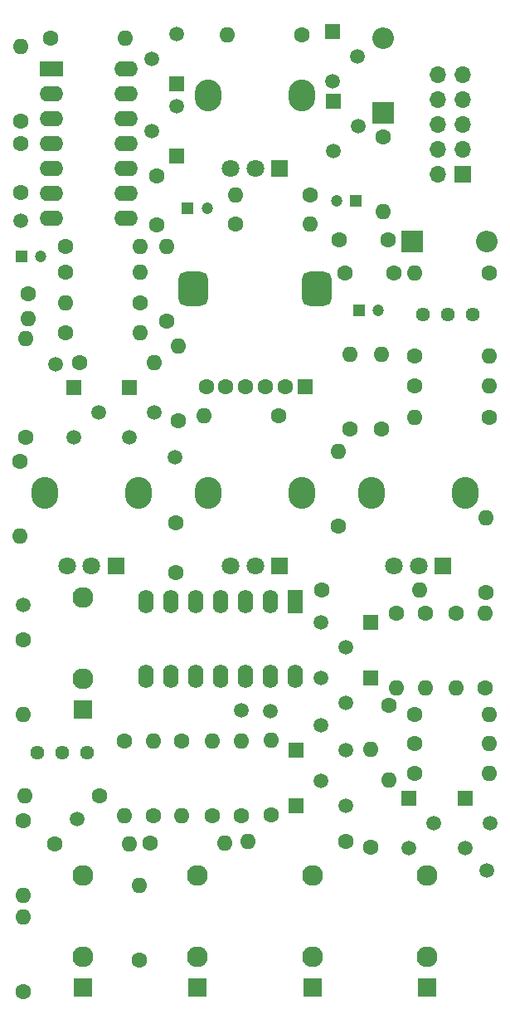
<source format=gbr>
G04 #@! TF.GenerationSoftware,KiCad,Pcbnew,7.0.2-0*
G04 #@! TF.CreationDate,2024-04-15T21:10:13+02:00*
G04 #@! TF.ProjectId,2600ish_vcf,32363030-6973-4685-9f76-63662e6b6963,rev?*
G04 #@! TF.SameCoordinates,Original*
G04 #@! TF.FileFunction,Soldermask,Bot*
G04 #@! TF.FilePolarity,Negative*
%FSLAX46Y46*%
G04 Gerber Fmt 4.6, Leading zero omitted, Abs format (unit mm)*
G04 Created by KiCad (PCBNEW 7.0.2-0) date 2024-04-15 21:10:13*
%MOMM*%
%LPD*%
G01*
G04 APERTURE LIST*
G04 Aperture macros list*
%AMRoundRect*
0 Rectangle with rounded corners*
0 $1 Rounding radius*
0 $2 $3 $4 $5 $6 $7 $8 $9 X,Y pos of 4 corners*
0 Add a 4 corners polygon primitive as box body*
4,1,4,$2,$3,$4,$5,$6,$7,$8,$9,$2,$3,0*
0 Add four circle primitives for the rounded corners*
1,1,$1+$1,$2,$3*
1,1,$1+$1,$4,$5*
1,1,$1+$1,$6,$7*
1,1,$1+$1,$8,$9*
0 Add four rect primitives between the rounded corners*
20,1,$1+$1,$2,$3,$4,$5,0*
20,1,$1+$1,$4,$5,$6,$7,0*
20,1,$1+$1,$6,$7,$8,$9,0*
20,1,$1+$1,$8,$9,$2,$3,0*%
G04 Aperture macros list end*
%ADD10C,1.600000*%
%ADD11O,1.600000X1.600000*%
%ADD12R,1.500000X1.500000*%
%ADD13C,1.500000*%
%ADD14R,1.200000X1.200000*%
%ADD15C,1.200000*%
%ADD16R,1.700000X1.700000*%
%ADD17O,1.700000X1.700000*%
%ADD18C,1.440000*%
%ADD19R,2.200000X2.200000*%
%ADD20O,2.200000X2.200000*%
%ADD21R,2.400000X1.600000*%
%ADD22O,2.400000X1.600000*%
%ADD23R,1.600000X2.400000*%
%ADD24O,1.600000X2.400000*%
%ADD25R,1.930000X1.830000*%
%ADD26C,2.130000*%
%ADD27O,2.720000X3.240000*%
%ADD28R,1.800000X1.800000*%
%ADD29C,1.800000*%
%ADD30RoundRect,0.750000X0.750000X-1.000000X0.750000X1.000000X-0.750000X1.000000X-0.750000X-1.000000X0*%
%ADD31R,1.600000X1.600000*%
G04 APERTURE END LIST*
D10*
X203500000Y-83100000D03*
X208500000Y-83100000D03*
X206100000Y-141700000D03*
D11*
X206100000Y-131700000D03*
D12*
X206140000Y-124430000D03*
D13*
X203600000Y-126970000D03*
X201060000Y-124430000D03*
D10*
X170600000Y-138990000D03*
D11*
X170600000Y-146610000D03*
D10*
X214800000Y-117790000D03*
D11*
X214800000Y-125410000D03*
D14*
X187427400Y-76500000D03*
D15*
X189427400Y-76500000D03*
D12*
X206140000Y-118730000D03*
D13*
X203600000Y-121270000D03*
X201060000Y-118730000D03*
D10*
X218210000Y-97800000D03*
D11*
X210590000Y-97800000D03*
D10*
X186200000Y-108600000D03*
X186200000Y-113600000D03*
X173390000Y-59100000D03*
D11*
X181010000Y-59100000D03*
D10*
X210590000Y-128100000D03*
D11*
X218210000Y-128100000D03*
D10*
X173890000Y-141300000D03*
D11*
X181510000Y-141300000D03*
D10*
X195940000Y-138340000D03*
D11*
X195940000Y-130720000D03*
D10*
X174990000Y-80400000D03*
D11*
X182610000Y-80400000D03*
D12*
X198500000Y-137400000D03*
D13*
X201040000Y-134860000D03*
X203580000Y-137400000D03*
D10*
X171100000Y-85200000D03*
D11*
X171100000Y-87740000D03*
D13*
X217970000Y-144050000D03*
D10*
X185300000Y-88010000D03*
D11*
X185300000Y-80390000D03*
D16*
X215500000Y-73000000D03*
D17*
X212960000Y-73000000D03*
X215500000Y-70460000D03*
X212960000Y-70460000D03*
X215500000Y-67920000D03*
X212960000Y-67920000D03*
X215500000Y-65380000D03*
X212960000Y-65380000D03*
X215500000Y-62840000D03*
X212960000Y-62840000D03*
D10*
X184300000Y-78200000D03*
X184300000Y-73200000D03*
D12*
X215730000Y-136660000D03*
D13*
X218270000Y-139200000D03*
X215730000Y-141740000D03*
D10*
X192290000Y-78100000D03*
D11*
X199910000Y-78100000D03*
D10*
X183590000Y-141200000D03*
D11*
X191210000Y-141200000D03*
D10*
X201100000Y-115400000D03*
D11*
X211100000Y-115400000D03*
D12*
X198500000Y-131800000D03*
D13*
X201040000Y-129260000D03*
X203580000Y-131800000D03*
D10*
X218210000Y-83100000D03*
D11*
X210590000Y-83100000D03*
D10*
X181000000Y-130790000D03*
D11*
X181000000Y-138410000D03*
D18*
X172050000Y-132000000D03*
X174590000Y-132000000D03*
X177130000Y-132000000D03*
D12*
X202230000Y-58460000D03*
D13*
X204770000Y-61000000D03*
X202230000Y-63540000D03*
X192900000Y-127700000D03*
X195900000Y-127800000D03*
D10*
X170600000Y-120490000D03*
D11*
X170600000Y-128110000D03*
D10*
X170400000Y-69900000D03*
X170400000Y-74900000D03*
X178410000Y-136400000D03*
D11*
X170790000Y-136400000D03*
D12*
X181430000Y-94760000D03*
D13*
X183970000Y-97300000D03*
X181430000Y-99840000D03*
D10*
X192900000Y-138410000D03*
D11*
X192900000Y-130790000D03*
D10*
X186500000Y-98110000D03*
D11*
X186500000Y-90490000D03*
D13*
X176100000Y-138800000D03*
D10*
X199110000Y-58800000D03*
D11*
X191490000Y-58800000D03*
D18*
X216550000Y-87300000D03*
X214010000Y-87300000D03*
X211470000Y-87300000D03*
D13*
X170400000Y-77700000D03*
D10*
X186800000Y-130790000D03*
D11*
X186800000Y-138410000D03*
D12*
X210000000Y-136700000D03*
D13*
X212540000Y-139240000D03*
X210000000Y-141780000D03*
D12*
X175830000Y-94760000D03*
D13*
X178370000Y-97300000D03*
X175830000Y-99840000D03*
D12*
X202330000Y-65560000D03*
D13*
X204870000Y-68100000D03*
X202330000Y-70640000D03*
D10*
X199910000Y-75100000D03*
D11*
X192290000Y-75100000D03*
D10*
X210590000Y-91500000D03*
D11*
X218210000Y-91500000D03*
D12*
X186270000Y-71100000D03*
D13*
X183730000Y-68560000D03*
X186270000Y-66020000D03*
D10*
X182500000Y-153200000D03*
D11*
X182500000Y-145580000D03*
D10*
X207200000Y-99010000D03*
D11*
X207200000Y-91390000D03*
D14*
X204900000Y-86900000D03*
D15*
X206900000Y-86900000D03*
D10*
X170900000Y-99800000D03*
D11*
X170900000Y-89800000D03*
D10*
X207900000Y-79700000D03*
X202900000Y-79700000D03*
X208700000Y-117790000D03*
D11*
X208700000Y-125410000D03*
D10*
X182610000Y-86100000D03*
D11*
X174990000Y-86100000D03*
D10*
X170400000Y-67610000D03*
D11*
X170400000Y-59990000D03*
D10*
X183900000Y-138410000D03*
D11*
X183900000Y-130790000D03*
D19*
X210360000Y-79820000D03*
D20*
X217980000Y-79820000D03*
D10*
X196710000Y-97600000D03*
D11*
X189090000Y-97600000D03*
D19*
X207400000Y-66710000D03*
D20*
X207400000Y-59090000D03*
D10*
X204000000Y-99000000D03*
D11*
X204000000Y-91380000D03*
D10*
X210600000Y-131100000D03*
D11*
X218220000Y-131100000D03*
D13*
X173900000Y-92400000D03*
D10*
X174990000Y-83000000D03*
D11*
X182610000Y-83000000D03*
D14*
X204600000Y-75700000D03*
D15*
X202600000Y-75700000D03*
D12*
X186270000Y-63800000D03*
D13*
X183730000Y-61260000D03*
X186270000Y-58720000D03*
D10*
X174990000Y-89200000D03*
D11*
X182610000Y-89200000D03*
D21*
X173500000Y-62275000D03*
D22*
X173500000Y-64815000D03*
X173500000Y-67355000D03*
X173500000Y-69895000D03*
X173500000Y-72435000D03*
X173500000Y-74975000D03*
X173500000Y-77515000D03*
X181120000Y-77515000D03*
X181120000Y-74975000D03*
X181120000Y-72435000D03*
X181120000Y-69895000D03*
X181120000Y-67355000D03*
X181120000Y-64815000D03*
X181120000Y-62275000D03*
D10*
X210600000Y-134100000D03*
D11*
X218220000Y-134100000D03*
D13*
X186100000Y-101900000D03*
D10*
X210590000Y-94600000D03*
D11*
X218210000Y-94600000D03*
D10*
X176390000Y-92200000D03*
D11*
X184010000Y-92200000D03*
D10*
X203540000Y-141030000D03*
D11*
X193540000Y-141030000D03*
D10*
X202800000Y-108910000D03*
D11*
X202800000Y-101290000D03*
D10*
X217900000Y-115700000D03*
D11*
X217900000Y-108080000D03*
D10*
X208000000Y-127190000D03*
D11*
X208000000Y-134810000D03*
D10*
X170300000Y-102290000D03*
D11*
X170300000Y-109910000D03*
D10*
X217800000Y-125410000D03*
D11*
X217800000Y-117790000D03*
D13*
X170600000Y-116900000D03*
D10*
X207400000Y-69190000D03*
D11*
X207400000Y-76810000D03*
D10*
X170600000Y-156410000D03*
D11*
X170600000Y-148790000D03*
D10*
X189900000Y-138410000D03*
D11*
X189900000Y-130790000D03*
D23*
X198425000Y-116600000D03*
D24*
X195885000Y-116600000D03*
X193345000Y-116600000D03*
X190805000Y-116600000D03*
X188265000Y-116600000D03*
X185725000Y-116600000D03*
X183185000Y-116600000D03*
X183185000Y-124220000D03*
X185725000Y-124220000D03*
X188265000Y-124220000D03*
X190805000Y-124220000D03*
X193345000Y-124220000D03*
X195885000Y-124220000D03*
X198425000Y-124220000D03*
D10*
X211700000Y-117790000D03*
D11*
X211700000Y-125410000D03*
D14*
X170427400Y-81400000D03*
D15*
X172427400Y-81400000D03*
D25*
X188450000Y-155980000D03*
D26*
X188450000Y-144580000D03*
X188450000Y-152880000D03*
D27*
X172800000Y-105500000D03*
X182400000Y-105500000D03*
D28*
X180100000Y-113000000D03*
D29*
X177600000Y-113000000D03*
X175100000Y-113000000D03*
D30*
X187975000Y-84675000D03*
X200625000Y-84675000D03*
D10*
X197375000Y-94675000D03*
D31*
X199375000Y-94675000D03*
D10*
X189325000Y-94675000D03*
X195375000Y-94675000D03*
X193325000Y-94675000D03*
X191325000Y-94675000D03*
D25*
X176750000Y-155980000D03*
D26*
X176750000Y-144580000D03*
X176750000Y-152880000D03*
D25*
X200150000Y-155980000D03*
D26*
X200150000Y-144580000D03*
X200150000Y-152880000D03*
D25*
X211850000Y-155980000D03*
D26*
X211850000Y-144580000D03*
X211850000Y-152880000D03*
D27*
X206200000Y-105500000D03*
X215800000Y-105500000D03*
D28*
X213500000Y-113000000D03*
D29*
X211000000Y-113000000D03*
X208500000Y-113000000D03*
D25*
X176750000Y-127580000D03*
D26*
X176750000Y-116180000D03*
X176750000Y-124480000D03*
D27*
X189500000Y-105500000D03*
X199100000Y-105500000D03*
D28*
X196800000Y-113000000D03*
D29*
X194300000Y-113000000D03*
X191800000Y-113000000D03*
D27*
X189500000Y-64925000D03*
X199100000Y-64925000D03*
D28*
X196800000Y-72425000D03*
D29*
X194300000Y-72425000D03*
X191800000Y-72425000D03*
M02*

</source>
